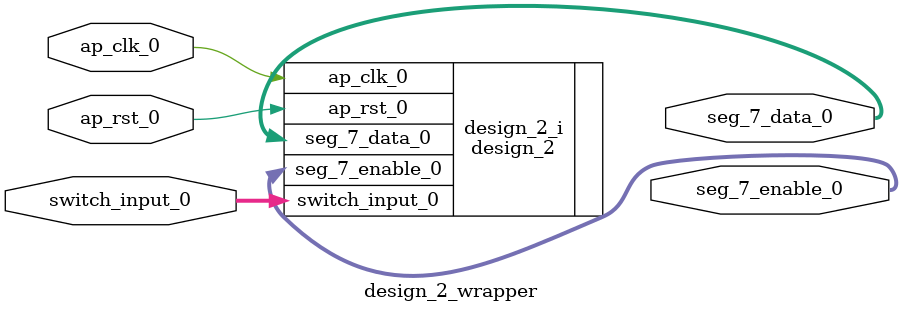
<source format=v>
`timescale 1 ps / 1 ps

module design_2_wrapper
   (ap_clk_0,
    ap_rst_0,
    seg_7_data_0,
    seg_7_enable_0,
    switch_input_0);
  input ap_clk_0;
  input ap_rst_0;
  output [7:0]seg_7_data_0;
  output [3:0]seg_7_enable_0;
  input [7:0]switch_input_0;

  wire ap_clk_0;
  wire ap_rst_0;
  wire [7:0]seg_7_data_0;
  wire [3:0]seg_7_enable_0;
  wire [7:0]switch_input_0;

  design_2 design_2_i
       (.ap_clk_0(ap_clk_0),
        .ap_rst_0(ap_rst_0),
        .seg_7_data_0(seg_7_data_0),
        .seg_7_enable_0(seg_7_enable_0),
        .switch_input_0(switch_input_0));
endmodule

</source>
